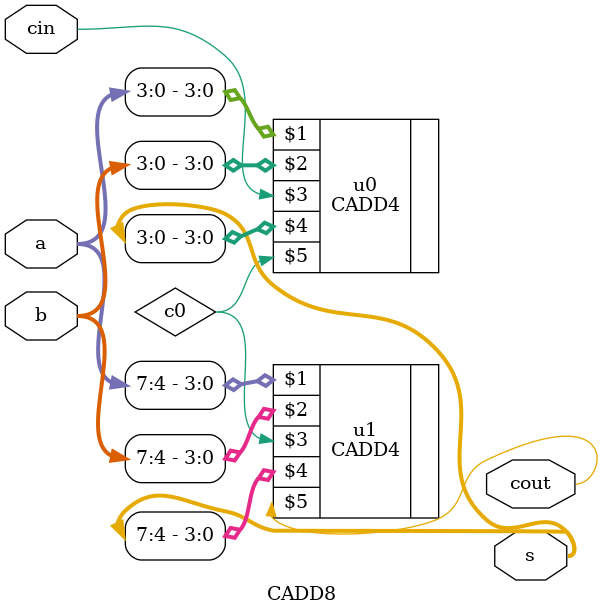
<source format=v>
module CADD8(a,b,cin,s,cout);

input [7:0] a,b;
input cin;
output [7:0] s;
output cout;
wire c0;

CADD4 u0(a[3:0],b[3:0],cin,s[3:0],c0);
CADD4 u1(a[7:4],b[7:4],c0,s[7:4],cout);

endmodule
</source>
